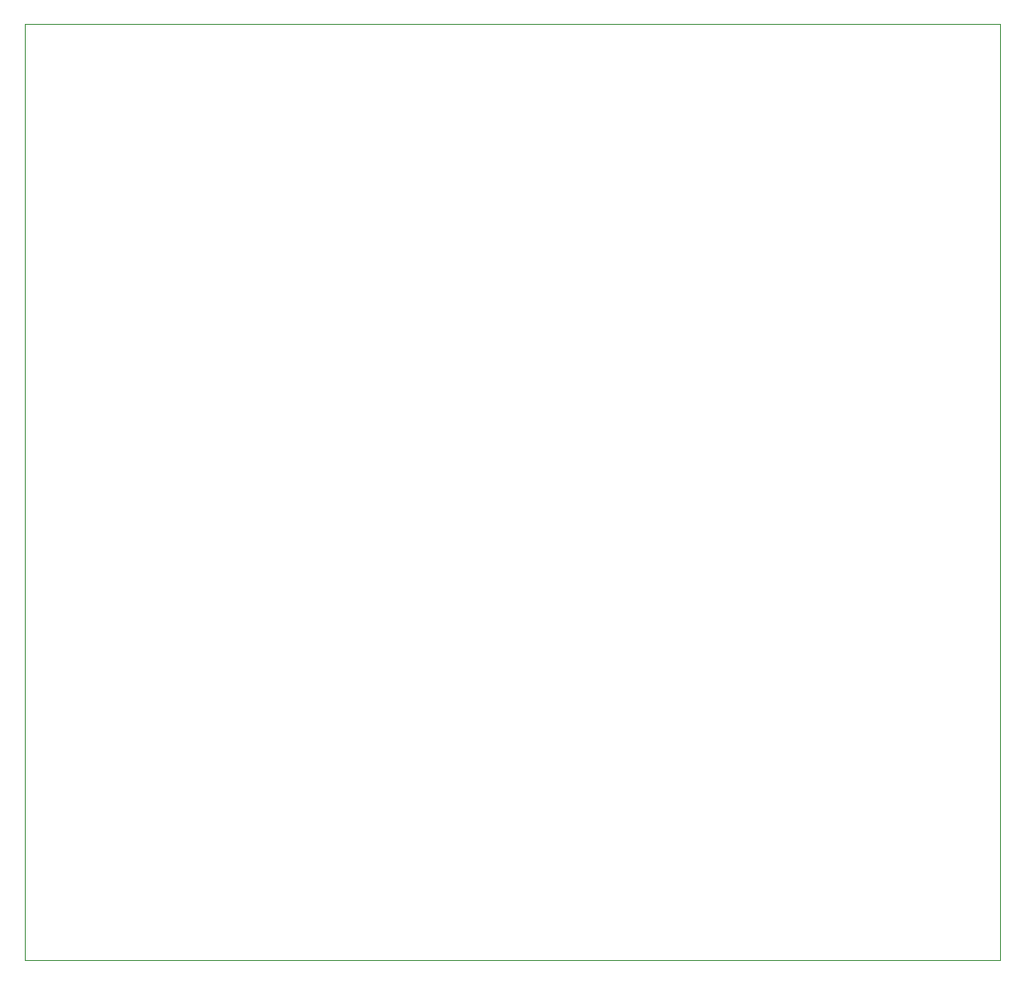
<source format=gko>
G04*
G04 #@! TF.GenerationSoftware,Altium Limited,Altium Designer,20.1.10 (176)*
G04*
G04 Layer_Color=16711935*
%FSLAX44Y44*%
%MOMM*%
G71*
G04*
G04 #@! TF.SameCoordinates,9745D311-7863-4EED-B8D5-1BD438EF7D2D*
G04*
G04*
G04 #@! TF.FilePolarity,Positive*
G04*
G01*
G75*
%ADD45C,0.1000*%
D45*
X0Y0D02*
X930000D01*
X930000Y894000D02*
X930000Y0D01*
X-0Y894000D02*
X930000D01*
X-0D02*
X0Y0D01*
M02*

</source>
